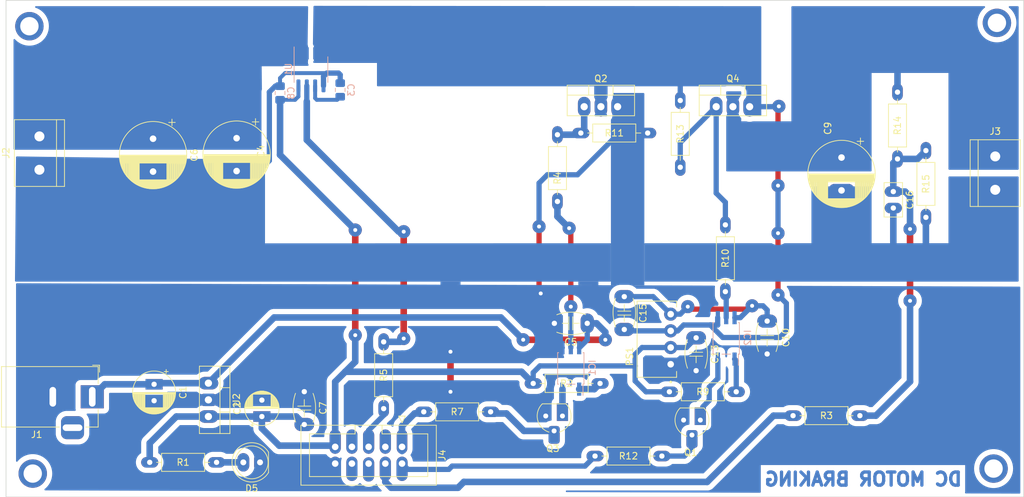
<source format=kicad_pcb>
(kicad_pcb (version 20240108) (generator "pcbnew") (generator_version "8.0")
  (layers (0 "F.Cu" signal) (31 "B.Cu" signal) (34 "B.Paste" user) (35 "F.Paste" user) (36 "B.SilkS" user "B.Silkscreen") (37 "F.SilkS" user "F.Silkscreen") (38 "B.Mask" user) (39 "F.Mask" user) (44 "Edge.Cuts" user))
  (net 0 "")
  (net 1 "+5V")
  (net 2 "GND")
  (net 3 "+12V")
  (net 4 "Net-(J3-Pin_1)")
  (net 5 "Net-(D5-A)")
  (net 6 "Net-(IC1-ANODE)")
  (net 7 "Net-(IC1-VO)")
  (net 8 "Net-(Q3-B)")
  (net 9 "P_OUT1")
  (net 10 "ISO12V_1")
  (net 11 "Net-(J2-Pin_2)")
  (net 13 "ISO_GND1")
  (net 14 "Net-(IC2-ANODE)")
  (net 15 "Net-(IC1-CATHODE)")
  (net 17 "PULSE1")
  (net 18 "V_SENOUT")
  (net 19 "Net-(IC2-CATHODE)")
  (net 20 "Net-(IC2-VO)")
  (net 21 "PULSE2")
  (net 22 "Net-(Q1-B)")
  (net 23 "P_HIGH")
  (net 24 "Net-(J4-Pin_4)")
  (net 27 "Net-(U1-FILTER)")
  (net 28 "I_SENIN")
  (net 29 "Net-(J4-Pin_5)")
  (footprint "inqbe:0.25W_resistor" (layer "F.Cu") (at 208.788 114.8612 180)
    (property "Reference" "R3" (at 5.08 0 0) (layer "F.SilkS"))
    (property "Value" "1k")
    (pad "1" thru_hole oval (at 0 0 180) (size 2.6 1.6) (drill 0.8) (layers "*.Cu" "*.Mask") (net 18 "V_SENOUT"))
    (pad "2" thru_hole oval (at 10.16 0 180) (size 2.6 1.6) (drill 0.8) (layers "*.Cu" "*.Mask") (net 24 "Net-(J4-Pin_4)"))
  )
  (footprint "inqbe:IDC-Header_2x05_P2.54mm_Vertical" (layer "F.Cu") (at 139.192 119.611 -90)
    (property "Reference" "J4" (at 1.27 -6.1 -90) (layer "F.SilkS"))
    (property "Value" "Conn_02x05_Odd_Even" (hide yes))
    (pad "1" thru_hole oval (at 0 0 180) (size 1.6 3.7) (drill 1 (offset 0 0.8)) (layers "*.Cu" "*.Mask") (net 17 "PULSE1"))
    (pad "2" thru_hole oval (at 2.54 0) (size 1.7 3.7) (drill 1 (offset 0 0.8)) (layers "*.Cu" "*.Mask") (net 21 "PULSE2"))
    (pad "3" thru_hole oval (at 0 2.54 180) (size 1.7 3.7) (drill 1 (offset 0 0.8)) (layers "*.Cu" "*.Mask"))
    (pad "4" thru_hole oval (at 2.54 2.54) (size 1.7 3.7) (drill 1 (offset 0 0.8)) (layers "*.Cu" "*.Mask") (net 24 "Net-(J4-Pin_4)"))
    (pad "5" thru_hole oval (at 0 5.08) (size 1.7 3.7) (drill 1 (offset 0 -0.8)) (layers "*.Cu" "*.Mask") (net 29 "Net-(J4-Pin_5)"))
    (pad "6" thru_hole oval (at 2.54 5.08) (size 1.7 3.7) (drill 1 (offset 0 0.89)) (layers "*.Cu" "*.Mask"))
    (pad "7" thru_hole oval (at 0 7.62) (size 1.7 3.7) (drill 1 (offset 0 -0.8)) (layers "*.Cu" "*.Mask"))
    (pad "8" thru_hole oval (at 2.54 7.62 180) (size 1.7 3.7) (drill 1 (offset 0 -0.8)) (layers "*.Cu" "*.Mask"))
    (pad "9" thru_hole oval (at 0 10.16 180) (size 1.7 3.7) (drill 1 (offset 0 0.8)) (layers "*.Cu" "*.Mask") (net 1 "+5V"))
    (pad "10" thru_hole oval (at 2.54 10.16) (size 1.7 3.7) (drill 1 (offset 0 0.8)) (layers "*.Cu" "*.Mask") (net 2 "GND"))
  )
  (footprint "inqbe:0.25W_resistor" (layer "F.Cu") (at 110.998 121.9655 180)
    (property "Reference" "R1" (at 5.08 0 0) (layer "F.SilkS"))
    (property "Value" "1k")
    (pad "1" thru_hole oval (at 0 0 180) (size 2.6 1.6) (drill 0.8) (layers "*.Cu" "*.Mask") (net 5 "Net-(D5-A)"))
    (pad "2" thru_hole oval (at 10.16 0 180) (size 2.6 1.6) (drill 0.8) (layers "*.Cu" "*.Mask") (net 1 "+5V"))
  )
  (footprint "inqbe:0.25W_resistor" (layer "F.Cu") (at 218.821 74.526 -90)
    (property "Reference" "R15" (at 5.08 0 90) (layer "F.SilkS"))
    (property "Value" "DNP")
    (pad "1" thru_hole oval (at 0 0 270) (size 2.6 1.6) (drill 0.8) (layers "*.Cu" "*.Mask") (net 18 "V_SENOUT"))
    (pad "2" thru_hole oval (at 10.16 0 270) (size 2.6 1.6) (drill 0.8) (layers "*.Cu" "*.Mask") (net 2 "GND"))
  )
  (footprint "inqbe:C_Disc_D5.1mm_W3.2mm_P5.00mm" (layer "F.Cu") (at 172.974 96.751 -90)
    (property "Reference" "C15" (at 2.5 -2.85 90) (layer "F.SilkS"))
    (property "Value" "0.1uF" (hide yes))
    (pad "1" thru_hole oval (at 0 0 270) (size 2 3) (drill 0.8) (layers "*.Cu" "*.Mask") (net 10 "ISO12V_1"))
    (pad "2" thru_hole oval (at 5 0 270) (size 2 3) (drill 0.8) (layers "*.Cu" "*.Mask") (net 13 "ISO_GND1"))
  )
  (footprint "inqbe:C_Disc_D5.1mm_W3.2mm_P5.00mm" (layer "F.Cu") (at 124.333 111.2105 -90)
    (property "Reference" "C7" (at 2.5 -2.85 90) (layer "F.SilkS"))
    (property "Value" "0.1uF" (hide yes))
    (pad "1" thru_hole oval (at 0 0 270) (size 2 3) (drill 0.8) (layers "*.Cu" "*.Mask") (net 2 "GND"))
    (pad "2" thru_hole oval (at 5 0 270) (size 2 3) (drill 0.8) (layers "*.Cu" "*.Mask") (net 1 "+5V"))
  )
  (footprint "inqbe:TerminalBlock_bornier-2_P5.08mm" (layer "F.Cu") (at 229.362 75.415 -90)
    (property "Reference" "J3" (at -3.81 0 180) (layer "F.SilkS"))
    (property "Value" "Screw_Terminal_01x02" (hide yes))
    (pad "1" thru_hole rect (at 0 0 270) (size 3 5) (drill 1.52) (layers "*.Cu" "*.Mask") (net 4 "Net-(J3-Pin_1)"))
    (pad "2" thru_hole oval (at 5.08 0 270) (size 3 5) (drill 1.52) (layers "*.Cu" "*.Mask") (net 2 "GND"))
  )
  (footprint "inqbe:CP_Radial_D10.0mm_P5.00mm" (layer "F.Cu") (at 114.046 72.642323 -90)
    (property "Reference" "C4" (at 1.992 -3.71 90) (layer "F.SilkS"))
    (property "Value" "1000uF" (hide yes))
    (pad "1" thru_hole rect (at 0 0 270) (size 2 4) (drill 1) (layers "*.Cu" "*.Mask") (net 11 "Net-(J2-Pin_2)"))
    (pad "2" thru_hole oval (at 5 0 270) (size 2 4) (drill 1) (layers "*.Cu" "*.Mask") (net 2 "GND"))
  )
  (footprint "inqbe:TO-220" (layer "F.Cu") (at 109.759 109.9155 -90)
    (property "Reference" "U2" (at 2.54 -4.27 90) (layer "F.SilkS"))
    (property "Value" "L7805")
    (pad "1" thru_hole oval (at 0 0 270) (size 1.905 3) (drill 1.1) (layers "*.Cu" "*.Mask") (net 3 "+12V"))
    (pad "2" thru_hole oval (at 2.54 0 270) (size 1.905 3) (drill 1.1) (layers "*.Cu" "*.Mask") (net 2 "GND"))
    (pad "3" thru_hole oval (at 5.08 0 270) (size 1.905 3) (drill 1.1) (layers "*.Cu" "*.Mask") (net 1 "+5V"))
  )
  (footprint "inqbe:TO-220" (layer "F.Cu") (at 166.878 67.851)
    (property "Reference" "Q2" (at 2.54 -4.27 0) (layer "F.SilkS"))
    (property "Value" "IRF540N")
    (pad "1" thru_hole oval (at 0 0) (size 1.905 3) (drill 1.1) (layers "*.Cu" "*.Mask") (net 9 "P_OUT1"))
    (pad "2" thru_hole oval (at 2.54 0) (size 1.905 3) (drill 1.1) (layers "*.Cu" "*.Mask") (net 13 "ISO_GND1"))
    (pad "3" thru_hole oval (at 5.08 0) (size 1.905 3) (drill 1.1) (layers "*.Cu" "*.Mask") (net 2 "GND"))
  )
  (footprint "inqbe:0.25W_resistor" (layer "F.Cu") (at 214.503 65.636 -90)
    (property "Reference" "R14" (at 5.08 0 90) (layer "F.SilkS"))
    (property "Value" "DNP")
    (pad "1" thru_hole oval (at 0 0 270) (size 2.6 1.6) (drill 0.8) (layers "*.Cu" "*.Mask") (net 4 "Net-(J3-Pin_1)"))
    (pad "2" thru_hole oval (at 10.16 0 270) (size 2.6 1.6) (drill 0.8) (layers "*.Cu" "*.Mask") (net 18 "V_SENOUT"))
  )
  (footprint "inqbe:0.25W_resistor" (layer "F.Cu") (at 142.494 114.277)
    (property "Reference" "R7" (at 5.08 0 0) (layer "F.SilkS"))
    (property "Value" "1k" (hide yes))
    (pad "1" thru_hole oval (at 0 0) (size 2.6 1.6) (drill 0.8) (layers "*.Cu" "*.Mask") (net 17 "PULSE1"))
    (pad "2" thru_hole oval (at 10.16 0) (size 2.6 1.6) (drill 0.8) (layers "*.Cu" "*.Mask") (net 8 "Net-(Q3-B)"))
  )
  (footprint "inqbe:0.25W_resistor" (layer "F.Cu") (at 188.341 95.989 90)
    (property "Reference" "R10" (at 5.08 0 90) (layer "F.SilkS"))
    (property "Value" "10e")
    (pad "1" thru_hole oval (at 0 0 90) (size 2.6 1.6) (drill 0.8) (layers "*.Cu" "*.Mask") (net 20 "Net-(IC2-VO)"))
    (pad "2" thru_hole oval (at 10.16 0 90) (size 2.6 1.6) (drill 0.8) (layers "*.Cu" "*.Mask") (net 23 "P_HIGH"))
  )
  (footprint "inqbe:TO-220" (layer "F.Cu") (at 186.944 67.851)
    (property "Reference" "Q4" (at 2.54 -4.27 0) (layer "F.SilkS"))
    (property "Value" "IRF540N")
    (pad "1" thru_hole oval (at 0 0) (size 1.905 3) (drill 1.1) (layers "*.Cu" "*.Mask") (net 23 "P_HIGH"))
    (pad "2" thru_hole oval (at 2.54 0) (size 1.905 3) (drill 1.1) (layers "*.Cu" "*.Mask") (net 4 "Net-(J3-Pin_1)"))
    (pad "3" thru_hole oval (at 5.08 0) (size 1.905 3) (drill 1.1) (layers "*.Cu" "*.Mask") (net 13 "ISO_GND1"))
  )
  (footprint "inqbe:TO-92" (layer "F.Cu") (at 163.513 115.039 180)
    (property "Reference" "Q3" (at 1.397 -4.826 0) (layer "F.SilkS"))
    (property "Value" "BC547")
    (pad "1" thru_hole rect (at -0.063 0.127 180) (size 1.7 2.7) (drill 0.75 (offset 0 0.6)) (layers "*.Mask" "F.Cu" "In1.Cu" "B.Cu") (net 15 "Net-(IC1-CATHODE)"))
    (pad "2" thru_hole roundrect (at 1.207 -2.143 180) (size 1.7 2.7) (drill 0.75 (offset 0 -0.6)) (layers "*.Mask" "F.Cu" "In1.Cu" "B.Cu") (net 8 "Net-(Q3-B)"))
    (pad "3" thru_hole roundrect (at 2.477 0.127 180) (size 1.7 2.7) (drill 0.75 (offset 0 0.6)) (layers "*.Mask" "F.Cu" "In1.Cu" "B.Cu") (net 2 "GND"))
  )
  (footprint "inqbe:TerminalBlock_bornier-2_P5.08mm" (layer "F.Cu") (at 84.074 77.447 90)
    (property "Reference" "J2" (at 2.54 -5.08 90) (layer "F.SilkS"))
    (property "Value" "Screw_Terminal_01x02" (hide yes))
    (pad "1" thru_hole rect (at 0 0 90) (size 3 5) (drill 1.52) (layers "*.Cu" "*.Mask") (net 2 "GND"))
    (pad "2" thru_hole oval (at 5.08 0 90) (size 3 5) (drill 1.52) (layers "*.Cu" "*.Mask") (net 11 "Net-(J2-Pin_2)"))
  )
  (footprint "inqbe:CP_Radial_D5.0mm_P2.50mm" (layer "F.Cu") (at 117.887 114.9955 90)
    (property "Reference" "C2" (at 1.25 -3.75 90) (layer "F.SilkS"))
    (property "Value" "100uF")
    (pad "1" thru_hole rect (at 0 0 90) (size 1.6 2.6) (drill 0.8) (layers "*.Cu" "*.Mask") (net 1 "+5V"))
    (pad "2" thru_hole oval (at 2.5 0 90) (size 1.6 2.6) (drill 0.8) (layers "*.Cu" "*.Mask") (net 2 "GND"))
  )
  (footprint "inqbe:0.25W_resistor" (layer "F.Cu") (at 179.832 111.229)
    (property "Reference" "R9" (at 5.08 0 0) (layer "F.SilkS"))
    (property "Value" "200e")
    (pad "1" thru_hole oval (at 0 0) (size 2.6 1.6) (drill 0.8) (layers "*.Cu" "*.Mask") (net 1 "+5V"))
    (pad "2" thru_hole oval (at 10.16 0) (size 2.6 1.6) (drill 0.8) (layers "*.Cu" "*.Mask") (net 14 "Net-(IC2-ANODE)"))
  )
  (footprint "inqbe:LED_D5.0mm" (layer "F.Cu") (at 117.607 121.9655 180)
    (property "Reference" "D5" (at 1.27 -3.96 0) (layer "F.SilkS"))
    (property "Value" "LED")
    (pad "1" thru_hole oval (at 0 0 180) (size 1.8 2.8) (drill 0.9) (layers "*.Cu" "*.Mask") (net 2 "GND"))
    (pad "2" thru_hole oval (at 2.54 0 180) (size 1.8 2.8) (drill 0.9) (layers "*.Cu" "*.Mask") (net 5 "Net-(D5-A)"))
  )
  (footprint "inqbe:C_Disc_D5.1mm_W3.2mm_P5.00mm" (layer "F.Cu") (at 167.346 100.815 180)
    (property "Reference" "C5" (at 2.5 -2.85 0) (layer "F.SilkS"))
    (property "Value" "0.1uF" (hide yes))
    (pad "1" thru_hole oval (at 0 0 180) (size 2 3) (drill 0.8) (layers "*.Cu" "*.Mask") (net 3 "+12V"))
    (pad "2" thru_hole oval (at 5 0 180) (size 2 3) (drill 0.8) (layers "*.Cu" "*.Mask") (net 2 "GND"))
  )
  (footprint "inqbe:0.25W_resistor" (layer "F.Cu") (at 159.131 109.959)
    (property "Reference" "R2" (at 5.08 0 0) (layer "F.SilkS"))
    (property "Value" "200e")
    (pad "1" thru_hole oval (at 0 0) (size 2.6 1.6) (drill 0.8) (layers "*.Cu" "*.Mask") (net 1 "+5V"))
    (pad "2" thru_hole oval (at 10.16 0) (size 2.6 1.6) (drill 0.8) (layers "*.Cu" "*.Mask") (net 6 "Net-(IC1-ANODE)"))
  )
  (footprint "inqbe:CP_Radial_D10.0mm_P5.00mm" (layer "F.Cu") (at 205.994 75.587323 -90)
    (property "Reference" "C9" (at -4.445 2.077323 90) (layer "F.SilkS"))
    (property "Value" "1000uF")
    (pad "1" thru_hole rect (at 0 0 270) (size 2 4) (drill 1) (layers "*.Cu" "*.Mask") (net 4 "Net-(J3-Pin_1)"))
    (pad "2" thru_hole oval (at 5 0 270) (size 2 4) (drill 1) (layers "*.Cu" "*.Mask") (net 2 "GND"))
  )
  (footprint "inqbe:0.25W_resistor" (layer "F.Cu") (at 168.529 121.008)
    (property "Reference" "R12" (at 5.08 0 0) (layer "F.SilkS"))
    (property "Value" "1k")
    (pad "1" thru_hole oval (at 0 0) (size 2.6 1.6) (drill 0.8) (layers "*.Cu" "*.Mask") (net 21 "PULSE2"))
    (pad "2" thru_hole oval (at 10.16 0) (size 2.6 1.6) (drill 0.8) (layers "*.Cu" "*.Mask") (net 22 "Net-(Q1-B)"))
  )
  (footprint "inqbe:0.25W_resistor" (layer "F.Cu") (at 162.814 82.273 90)
    (property "Reference" "R4" (at 3.556 0 90) (layer "F.SilkS"))
    (property "Value" "10e")
    (pad "1" thru_hole oval (at 0 0 90) (size 2.6 1.6) (drill 0.8) (layers "*.Cu" "*.Mask") (net 7 "Net-(IC1-VO)"))
    (pad "2" thru_hole oval (at 10.16 0 90) (size 2.6 1.6) (drill 0.8) (layers "*.Cu" "*.Mask") (net 9 "P_OUT1"))
  )
  (footprint "inqbe:0.25W_resistor" (layer "F.Cu") (at 136.398 113.792 90)
    (property "Reference" "R5" (at 5.08 0 90) (layer "F.SilkS"))
    (property "Value" "1k")
    (pad "1" thru_hole oval (at 0 0 90) (size 2.6 1.6) (drill 0.8) (layers "*.Cu" "*.Mask") (net 29 "Net-(J4-Pin_5)"))
    (pad "2" thru_hole oval (at 10.16 0 90) (size 2.6 1.6) (drill 0.8) (layers "*.Cu" "*.Mask") (net 28 "I_SENIN"))
  )
  (footprint "inqbe:CP_Radial_D10.0mm_P5.00mm" (layer "F.Cu") (at 101.346 72.724 -90)
    (property "Reference" "C6" (at 2.5 -6.25 90) (layer "F.SilkS"))
    (property "Value" "1000uF")
    (pad "1" thru_hole rect (at 0 0 270) (size 2 4) (drill 1) (layers "*.Cu" "*.Mask") (net 11 "Net-(J2-Pin_2)"))
    (pad "2" thru_hole oval (at 5 0 270) (size 2 4) (drill 1) (layers "*.Cu" "*.Mask") (net 2 "GND"))
  )
  (footprint "inqbe:0.25W_resistor" (layer "F.Cu") (at 176.53 71.859 180)
    (property "Reference" "R11" (at 5.08 0 0) (layer "F.SilkS"))
    (property "Value" "10k")
    (pad "1" thru_hole oval (at 0 0 180) (size 2.6 1.6) (drill 0.8) (layers "*.Cu" "*.Mask") (net 2 "GND"))
    (pad "2" thru_hole oval (at 10.16 0 180) (size 2.6 1.6) (drill 0.8) (layers "*.Cu" "*.Mask") (net 9 "P_OUT1"))
  )
  (footprint "Connector_BarrelJack:BarrelJack_Horizontal" (layer "F.Cu") (at 92.106 111.991)
    (property "Reference" "J1" (at -8.45 5.75 0) (layer "F.SilkS"))
    (property "Value" "Jack-DC")
    (pad "1" thru_hole rect (at 0 0) (size 3.5 3.5) (drill oval 1 3) (layers "*.Cu" "*.Mask") (net 3 "+12V"))
    (pad "2" thru_hole roundrect (at -6 0) (size 3 3.5) (drill oval 1 3) (layers "*.Cu" "*.Mask") (net 2 "GND"))
    (pad "3" thru_hole roundrect (at -3 4.7) (size 3.5 3.5) (drill oval 3 1) (layers "*.Cu" "*.Mask"))
  )
  (footprint "inqbe:C_Disc_D5.0mm_W2.5mm_P2.50mm" (layer "F.Cu") (at 213.868 80.769 -90)
    (property "Reference" "C16" (at 1.25 -2.5 90) (layer "F.SilkS"))
    (property "Value" "DNP")
    (pad "1" thru_hole oval (at 0 0 270) (size 1.6 2.6) (drill 0.8) (layers "*.Cu" "*.Mask") (net 18 "V_SENOUT"))
    (pad "2" thru_hole oval (at 2.5 0 270) (size 1.6 2.6) (drill 0.8) (layers "*.Cu" "*.Mask") (net 2 "GND"))
  )
  (footprint "inqbe:C_Disc_D5.1mm_W3.2mm_P5.00mm" (layer "F.Cu") (at 194.691 100.474 -90)
    (property "Reference" "C10" (at 2.5 -2.85 90) (layer "F.SilkS"))
    (property "Value" "0.1uF" (hide yes))
    (pad "1" thru_hole oval (at 0 0 270) (size 2 3) (drill 0.8) (layers "*.Cu" "*.Mask") (net 10 "ISO12V_1"))
    (pad "2" thru_hole oval (at 5 0 270) (size 2 3) (drill 0.8) (layers "*.Cu" "*.Mask") (net 2 "GND"))
  )
  (footprint "inqbe:0.25W_resistor" (layer "F.Cu") (at 181.483 66.906 -90)
    (property "Reference" "R13" (at 5.08 0 90) (layer "F.SilkS"))
    (property "Value" "10k")
    (pad "1" thru_hole oval (at 0 0 270) (size 2.6 1.6) (drill 0.8) (layers "*.Cu" "*.Mask") (net 13 "ISO_GND1"))
    (pad "2" thru_hole oval (at 10.16 0 270) (size 2.6 1.6) (drill 0.8) (layers "*.Cu" "*.Mask") (net 23 "P_HIGH"))
  )
  (footprint "inqbe:C_Disc_D5.1mm_W3.2mm_P5.00mm" (layer "F.Cu") (at 183.896 103.014 -90)
    (property "Reference" "C13" (at 2.5 -2.85 90) (layer "F.SilkS"))
    (property "Value" "0.1uF" (hide yes))
    (pad "1" thru_hole oval (at 0 0 270) (size 2 3) (drill 0.8) (layers "*.Cu" "*.Mask") (net 1 "+5V"))
    (pad "2" thru_hole oval (at 5 0 270) (size 2 3) (drill 0.8) (layers "*.Cu" "*.Mask") (net 2 "GND"))
  )
  (footprint "inqbe:TO-92" (layer "F.Cu") (at 184.468 115.663 180)
    (property "Reference" "Q1" (at 1.397 -4.826 0) (layer "F.SilkS"))
    (property "Value" "BC547")
    (pad "1" thru_hole rect (at -0.063 0.127 180) (size 1.7 2.7) (drill 0.75 (offset 0 0.6)) (layers "*.Mask" "F.Cu" "In1.Cu" "B.Cu") (net 19 "Net-(IC2-CATHODE)"))
    (pad "2" thru_hole roundrect (at 1.207 -2.143 180) (size 1.7 2.7) (drill 0.75 (offset 0 -0.6)) (layers "*.Mask" "F.Cu" "In1.Cu" "B.Cu") (net 22 "Net-(Q1-B)"))
    (pad "3" thru_hole roundrect (at 2.477 0.127 180) (size 1.7 2.7) (drill 0.75 (offset 0 0.6)) (layers "*.Mask" "F.Cu" "In1.Cu" "B.Cu") (net 2 "GND"))
  )
  (footprint "inqbe:CP_Radial_D6.3mm_P2.50mm" (layer "F.Cu") (at 101.504 110.087823 -90)
    (property "Reference" "C1" (at 1.25 -4.4 -90) (layer "F.SilkS"))
    (property "Value" "100uF")
    (pad "1" thru_hole rect (at 0 0 270) (size 1.6 2.6) (drill 0.8) (layers "*.Cu" "*.Mask") (net 3 "+12V"))
    (pad "2" thru_hole oval (at 2.5 0 270) (size 1.6 2.6) (drill 0.8) (layers "*.Cu" "*.Mask") (net 2 "GND"))
  )
  (footprint "KICAD_PRETTY:CONV_B0512S-1WR3" (layer "F.Cu") (at 177.927 103.228 90)
    (property "Reference" "PS1" (at -2.625 -4.135 90) (layer "F.SilkS"))
    (property "Value" "B0512S")
    (pad "1" thru_hole rect (at -3.81 2.1 90) (size 2 2) (drill 1) (layers "*.Cu" "*.Mask") (net 2 "GND"))
    (pad "2" thru_hole circle (at -1.27 2.1 90) (size 2 2) (drill 1) (layers "*.Cu" "*.Mask") (net 1 "+5V"))
    (pad "3" thru_hole circle (at 1.27 2.1 90) (size 2 2) (drill 1) (layers "*.Cu" "*.Mask") (net 13 "ISO_GND1"))
    (pad "4" thru_hole circle (at 3.81 2.1 90) (size 2 2) (drill 1) (layers "*.Cu" "*.Mask") (net 10 "ISO12V_1"))
  )
  (footprint "Package_SO:SO-5_4.4x3.6mm_P1.27mm" (layer "B.Cu") (at 164.846 107.673 90)
    (property "Reference" "IC1" (at 0.1 3.265 90) (layer "B.SilkS") (effects (justify mirror)))
    (property "Value" "TLP152")
    (pad "1" smd rect (at -3.15 1.27 90) (size 2 0.64) (layers "B.Cu" "B.Paste" "B.Mask") (net 6 "Net-(IC1-ANODE)"))
    (pad "3" smd rect (at -3.15 -1.27 90) (size 2 0.64) (layers "B.Cu" "B.Paste" "B.Mask") (net 15 "Net-(IC1-CATHODE)"))
    (pad "4" smd rect (at 3.15 -1.27 90) (size 2 0.64) (layers "B.Cu" "B.Paste" "B.Mask") (net 2 "GND"))
    (pad "5" smd rect (at 3.15 0 90) (size 2 0.64) (layers "B.Cu" "B.Paste" "B.Mask") (net 7 "Net-(IC1-VO)"))
    (pad "6" smd rect (at 3.15 1.27 90) (size 2 0.64) (layers "B.Cu" "B.Paste" "B.Mask") (net 3 "+12V"))
  )
  (footprint "Capacitor_SMD:C_0805_2012Metric_Pad1.18x1.45mm_HandSolder" (layer "B.Cu") (at 120.65 65.763 90)
    (property "Reference" "C8" (at 0 1.68 90) (layer "B.SilkS") (effects (justify mirror)))
    (property "Value" "0.1uF")
    (pad "1" smd roundrect (at -1.0375 0 90) (size 1.175 1.45) (layers "B.Cu" "B.Paste" "B.Mask") (roundrect_rratio 0.2127659574) (net 1 "+5V"))
    (pad "2" smd roundrect (at 1.0375 0 90) (size 1.175 1.45) (layers "B.Cu" "B.Paste" "B.Mask") (roundrect_rratio 0.2127659574) (net 2 "GND"))
  )
  (footprint "Package_SO:SO-5_4.4x3.6mm_P1.27mm" (layer "B.Cu") (at 188.468 103.101 90)
    (property "Reference" "IC2" (at 0.1 3.265 90) (layer "B.SilkS") (effects (justify mirror)))
    (property "Value" "TLP152")
    (pad "1" smd rect (at -3.15 1.27 90) (size 2 0.64) (layers "B.Cu" "B.Paste" "B.Mask") (net 14 "Net-(IC2-ANODE)"))
    (pad "3" smd rect (at -3.15 -1.27 90) (size 2 0.64) (layers "B.Cu" "B.Paste" "B.Mask") (net 19 "Net-(IC2-CATHODE)"))
    (pad "4" smd rect (at 3.15 -1.27 90) (size 2 0.64) (layers "B.Cu" "B.Paste" "B.Mask") (net 13 "ISO_GND1"))
    (pad "5" smd rect (at 3.15 0 90) (size 2 0.64) (layers "B.Cu" "B.Paste" "B.Mask") (net 20 "Net-(IC2-VO)"))
    (pad "6" smd rect (at 3.15 1.27 90) (size 2 0.64) (layers "B.Cu" "B.Paste" "B.Mask") (net 10 "ISO12V_1"))
  )
  (footprint "Capacitor_SMD:C_0805_2012Metric_Pad1.18x1.45mm_HandSolder" (layer "B.Cu") (at 129.794 65.2995 90)
    (property "Reference" "C3" (at 0 1.68 90) (layer "B.SilkS") (effects (justify mirror)))
    (property "Value" "1nF")
    (pad "1" smd roundrect (at -1.0375 0 90) (size 1.175 1.45) (layers "B.Cu" "B.Paste" "B.Mask") (roundrect_rratio 0.2127659574) (net 27 "Net-(U1-FILTER)"))
    (pad "2" smd roundrect (at 1.0375 0 90) (size 1.175 1.45) (layers "B.Cu" "B.Paste" "B.Mask") (roundrect_rratio 0.2127659574) (net 2 "GND"))
  )
  (footprint "Package_SO:SOIC-8_3.9x4.9mm_P1.27mm" (layer "B.Cu") (at 125.349 62.207 -90)
    (property "Reference" "U1" (at 0 3.4 90) (layer "B.SilkS") (effects (justify mirror)))
    (property "Value" "ACS712xLCTR-05B")
    (pad "1" smd roundrect (at -2.475 1.905 270) (size 1.95 0.6) (layers "B.Cu" "B.Paste" "B.Mask") (net 11 "Net-(J2-Pin_2)"))
    (pad "2" smd roundrect (at -2.475 0.635 270) (size 1.95 0.6) (layers "B.Cu" "B.Paste" "B.Mask") (net 11 "Net-(J2-Pin_2)"))
    (pad "3" smd roundrect (at -2.475 -0.635 270) (size 1.95 0.6) (layers "B.Cu" "B.Paste" "B.Mask") (net 13 "ISO_GND1"))
    (pad "4" smd roundrect (at -2.475 -1.905 270) (size 1.95 0.6) (layers "B.Cu" "B.Paste" "B.Mask") (net 13 "ISO_GND1"))
    (pad "5" smd roundrect (at 2.475 -1.905 270) (size 1.95 0.6) (layers "B.Cu" "B.Paste" "B.Mask") (net 2 "GND"))
    (pad "6" smd roundrect (at 2.475 -0.635 270) (size 1.95 0.6) (layers "B.Cu" "B.Paste" "B.Mask") (net 27 "Net-(U1-FILTER)"))
    (pad "7" smd roundrect (at 2.475 0.635 270) (size 1.95 0.6) (layers "B.Cu" "B.Paste" "B.Mask") (net 28 "I_SENIN"))
    (pad "8" smd roundrect (at 2.475 1.905 270) (size 1.95 0.6) (layers "B.Cu" "B.Paste" "B.Mask") (net 1 "+5V"))
  )
  (gr_rect (start 78.998 51.666) (end 233.684 127.231) (stroke (width 0.1)) (fill none) (layer "Edge.Cuts"))
  (gr_text "DC MOTOR BRAKING" (at 224.536 125.707 0) (layer "B.Cu") (effects (font (size 2 2) (thickness 0.5) (bold yes)) (justify left bottom mirror)))
  (via (at 82.55 55.603) (size 4.318) (drill 2.79) (layers "F.Cu" "B.Cu") (net 0))
  (via (at 229.616 55.095) (size 4.318) (drill 2.79) (layers "F.Cu" "B.Cu") (net 0))
  (via (at 229.108 122.913) (size 4.318) (drill 2.79) (layers "F.Cu" "B.Cu") (net 0))
  (via (at 83.058 123.675) (size 4.318) (drill 2.79) (layers "F.Cu" "B.Cu") (net 0))
  (segment (start 132.08 86.614) (end 132.08 102.616) (width 1) (layer "F.Cu") (net 1))
  (via (at 132.08 102.616) (size 2) (drill 0.6) (layers "F.Cu" "B.Cu") (net 1))
  (via (at 132.08 86.614) (size 2) (drill 0.6) (layers "F.Cu" "B.Cu") (net 1))
  (segment (start 182.412 104.498) (end 183.896 103.014) (width 0.8) (layer "B.Cu") (net 1))
  (segment (start 100.838 121.9655) (end 100.838 119.0445) (width 1) (layer "B.Cu") (net 1))
  (segment (start 117.887 114.9955) (end 123.118 114.9955) (width 1) (layer "B.Cu") (net 1))
  (segment (start 128.8465 119.4255) (end 120.523 119.4255) (width 1) (layer "B.Cu") (net 1))
  (segment (start 175.664 104.498) (end 180.027 104.498) (width 0.8) (layer "B.Cu") (net 1))
  (segment (start 117.887 116.7895) (end 117.887 114.9955) (width 1) (layer "B.Cu") (net 1))
  (segment (start 104.887 114.9955) (end 109.759 114.9955) (width 1) (layer "B.Cu") (net 1))
  (segment (start 120.65 66.8005) (end 120.65 75.184) (width 1) (layer "B.Cu") (net 1))
  (segment (start 129.032 109.705) (end 129.032 119.611) (width 1) (layer "B.Cu") (net 1))
  (segment (start 132.08 106.657) (end 130.556 108.181) (width 1) (layer "B.Cu") (net 1))
  (segment (start 120.65 75.184) (end 132.08 86.614) (width 1) (layer "B.Cu") (net 1))
  (segment (start 179.832 111.229) (end 176.276 111.229) (width 0.8) (layer "B.Cu") (net 1))
  (segment (start 157.353 108.181) (end 130.556 108.181) (width 1) (layer "B.Cu") (net 1))
  (segment (start 174.625 105.537) (end 175.664 104.498) (width 0.8) (layer "B.Cu") (net 1))
  (segment (start 129.032 119.611) (end 128.8465 119.4255) (width 1) (layer "B.Cu") (net 1))
  (segment (start 122.9375 66.8005) (end 123.444 66.294) (width 0.6) (layer "B.Cu") (net 1))
  (segment (start 159.131 109.959) (end 157.353 108.181) (width 1) (layer "B.Cu") (net 1))
  (segment (start 159.131 109.959) (end 159.131 108.308) (width 0.8) (layer "B.Cu") (net 1))
  (segment (start 159.131 108.308) (end 160.147 107.292) (width 0.8) (layer "B.Cu") (net 1))
  (segment (start 117.887 114.9955) (end 109.759 114.9955) (width 1) (layer "B.Cu") (net 1))
  (segment (start 174.625 107.292) (end 174.625 105.537) (width 0.8) (layer "B.Cu") (net 1))
  (segment (start 120.65 66.8005) (end 122.9375 66.8005) (width 0.6) (layer "B.Cu") (net 1))
  (segment (start 120.523 119.4255) (end 117.887 116.7895) (width 1) (layer "B.Cu") (net 1))
  (segment (start 100.838 119.0445) (end 104.887 114.9955) (width 1) (layer "B.Cu") (net 1))
  (segment (start 130.556 108.181) (end 129.032 109.705) (width 1) (layer "B.Cu") (net 1))
  (segment (start 132.08 102.616) (end 132.08 106.657) (width 1) (layer "B.Cu") (net 1))
  (segment (start 123.444 66.294) (end 123.444 64.682) (width 0.6) (layer "B.Cu") (net 1))
  (segment (start 176.276 111.229) (end 174.625 109.578) (width 0.8) (layer "B.Cu") (net 1))
  (segment (start 180.027 104.498) (end 182.412 104.498) (width 0.8) (layer "B.Cu") (net 1))
  (segment (start 174.625 109.578) (end 174.625 107.292) (width 0.8) (layer "B.Cu") (net 1))
  (segment (start 160.147 107.292) (end 174.625 107.292) (width 0.8) (layer "B.Cu") (net 1))
  (segment (start 123.118 114.9955) (end 124.333 116.2105) (width 1) (layer "B.Cu") (net 1))
  (segment (start 146.558 111.229) (end 146.558 105.133) (width 1) (layer "F.Cu") (net 2))
  (segment (start 160.019998 96.011998) (end 160.274 96.266) (width 0.8) (layer "F.Cu") (net 2))
  (segment (start 160.019998 86.083) (end 160.019998 96.011998) (width 0.8) (layer "F.Cu") (net 2))
  (via (at 160.019998 86.083) (size 2) (drill 0.6) (layers "F.Cu" "B.Cu") (net 2))
  (via (at 146.558 105.133) (size 2) (drill 0.6) (layers "F.Cu" "B.Cu") (net 2))
  (via (at 160.274 96.266) (size 2) (drill 0.6) (layers "F.Cu" "B.Cu") (net 2))
  (via (at 146.558 111.229) (size 2) (drill 0.6) (layers "F.Cu" "B.Cu") (net 2))
  (segment (start 162.346 100.815) (end 162.346 103.323) (width 0.8) (layer "B.Cu") (net 2))
  (segment (start 120.65 64.7255) (end 119.925 64.7255) (width 0.8) (layer "B.Cu") (net 2))
  (segment (start 218.821 90.401) (end 219.202 90.782) (width 1) (layer "B.Cu") (net 2))
  (segment (start 121.412 62.738) (end 120.65 63.5) (width 0.6) (layer "B.Cu") (net 2))
  (segment (start 129.794 62.992) (end 129.794 64.262) (width 0.8) (layer "B.Cu") (net 2))
  (segment (start 171.958 67.795) (end 172.395 67.795) (width 1) (layer "B.Cu") (net 2))
  (segment (start 120.65 63.5) (end 120.65 64.7255) (width 0.6) (layer "B.Cu") (net 2))
  (segment (start 172.212 71.859) (end 165.862 78.209) (width 0.8) (layer "B.Cu") (net 2))
  (segment (start 117.887 112.4955) (end 123.048 112.4955) (width 1) (layer "B.Cu") (net 2))
  (segment (start 127.254 63.246) (end 127.762 62.738) (width 0.8) (layer "B.Cu") (net 2))
  (segment (start 123.048 112.4955) (end 124.333 111.2105) (width 1) (layer "B.Cu") (net 2))
  (segment (start 101.504 112.587823) (end 109.626677 112.587823) (width 1) (layer "B.Cu") (net 2))
  (segment (start 162.346 100.815) (end 162.346 98.338) (width 0.8) (layer "B.Cu") (net 2))
  (segment (start 162.346 98.338) (end 160.274 96.266) (width 0.8) (layer "B.Cu") (net 2))
  (segment (start 129.54 62.738) (end 129.794 62.992) (width 0.8) (layer "B.Cu") (net 2))
  (segment (start 119.025 76.047) (end 117.429677 77.642323) (width 0.8) (layer "B.Cu") (net 2))
  (segment (start 127.762 62.738) (end 121.412 62.738) (width 0.6) (layer "B.Cu") (net 2))
  (segment (start 213.868 89.639) (end 214.249 90.02) (width 1) (layer "B.Cu") (net 2))
  (segment (start 218.821 84.686) (end 218.821 90.401) (width 1) (layer "B.Cu") (net 2))
  (segment (start 161.29 78.209) (end 160.019998 79.479002) (width 0.8) (layer "B.Cu") (net 2))
  (segment (start 119.025 65.6255) (end 119.025 76.047) (width 0.8) (layer "B.Cu") (net 2))
  (segment (start 160.019998 79.479002) (end 160.019998 86.083) (width 0.8) (layer "B.Cu") (net 2))
  (segment (start 127.254 64.682) (end 127.254 63.246) (width 0.8) (layer "B.Cu") (net 2))
  (segment (start 119.925 64.7255) (end 119.025 65.6255) (width 0.8) (layer "B.Cu") (net 2))
  (segment (start 165.862 78.209) (end 161.29 78.209) (width 0.8) (layer "B.Cu") (net 2))
  (segment (start 127.762 62.738) (end 129.54 62.738) (width 0.8) (layer "B.Cu") (net 2))
  (segment (start 109.626677 112.587823) (end 109.759 112.4555) (width 1) (layer "B.Cu") (net 2))
  (segment (start 176.53 71.859) (end 172.212 71.859) (width 0.8) (layer "B.Cu") (net 2))
  (segment (start 117.429677 77.642323) (end 114.046 77.642323) (width 0.8) (layer "B.Cu") (net 2))
  (segment (start 162.346 103.323) (end 163.546 104.523) (width 0.8) (layer "B.Cu") (net 2))
  (segment (start 213.868 83.269) (end 213.868 89.639) (width 1) (layer "B.Cu") (net 2))
  (segment (start 159.512 103.315) (end 157.607 103.315) (width 1) (layer "F.Cu") (net 3))
  (segment (start 170.307 103.101) (end 170.093 103.315) (width 1) (layer "F.Cu") (net 3))
  (segment (start 170.093 103.315) (end 159.512 103.315) (width 1) (layer "F.Cu") (net 3))
  (via (at 170.093 103.315) (size 2) (drill 0.6) (layers "F.Cu" "B.Cu") (net 3))
  (via (at 157.607 103.315) (size 2) (drill 0.6) (layers "F.Cu" "B.Cu") (net 3))
  (segment (start 91.979 111.864) (end 91.979 111.1395) (width 1) (layer "B.Cu") (net 3))
  (segment (start 168.7595 100.815) (end 170.093 102.1485) (width 1) (layer "B.Cu") (net 3))
  (segment (start 154.218 99.926) (end 157.607 103.315) (width 1) (layer "B.Cu") (net 3))
  (segment (start 101.676323 109.9155) (end 101.504 110.087823) (width 1) (layer "B.Cu") (net 3))
  (segment (start 109.759 109.9155) (end 119.7485 99.926) (width 1) (layer "B.Cu") (net 3))
  (segment (start 170.093 102.1485) (end 170.093 103.315) (width 1) (layer "B.Cu") (net 3))
  (segment (start 94.009177 110.087823) (end 92.106 111.991) (width 1) (layer "B.Cu") (net 3))
  (segment (start 119.7485 99.926) (end 154.218 99.926) (width 1) (layer "B.Cu") (net 3))
  (segment (start 101.504 110.087823) (end 94.009177 110.087823) (width 1) (layer "B.Cu") (net 3))
  (segment (start 167.346 100.815) (end 168.7595 100.815) (width 1) (layer "B.Cu") (net 3))
  (segment (start 167.346 103.323) (end 166.146 104.523) (width 0.8) (layer "B.Cu") (net 3))
  (segment (start 109.759 109.9155) (end 101.676323 109.9155) (width 1) (layer "B.Cu") (net 3))
  (segment (start 92.106 111.991) (end 91.979 111.864) (width 1) (layer "B.Cu") (net 3))
  (segment (start 167.346 100.815) (end 167.346 103.323) (width 0.8) (layer "B.Cu") (net 3))
  (segment (start 214.503 61.699) (end 214.63 61.572) (width 1) (layer "B.Cu") (net 4))
  (segment (start 214.503 65.636) (end 214.503 61.699) (width 1) (layer "B.Cu") (net 4))
  (segment (start 110.998 121.9655) (end 115.067 121.9655) (width 1) (layer "B.Cu") (net 5))
  (segment (start 168.427 110.823) (end 169.291 109.959) (width 1) (layer "B.Cu") (net 6))
  (segment (start 166.116 110.823) (end 168.427 110.823) (width 1) (layer "B.Cu") (net 6))
  (segment (start 164.846 86.590996) (end 164.592004 86.337) (width 0.8) (layer "F.Cu") (net 7))
  (segment (start 164.846 87.099) (end 164.846 86.590996) (width 0.8) (layer "F.Cu") (net 7))
  (segment (start 164.846 98.275) (end 164.846 87.099) (width 0.8) (layer "F.Cu") (net 7))
  (via (at 164.592004 86.337) (size 2) (drill 0.6) (layers "F.Cu" "B.Cu") (net 7))
  (via (at 164.846 98.275) (size 2) (drill 0.6) (layers "F.Cu" "B.Cu") (net 7))
  (segment (start 163.068 82.019) (end 162.814 82.273) (width 1) (layer "B.Cu") (net 7))
  (segment (start 162.814 82.273) (end 162.814 84.558996) (width 1) (layer "B.Cu") (net 7))
  (segment (start 164.846 104.523) (end 164.846 98.275) (width 0.8) (layer "B.Cu") (net 7))
  (segment (start 162.814 84.558996) (end 164.592004 86.337) (width 1) (layer "B.Cu") (net 7))
  (segment (start 155.067 114.531) (end 152.654 114.531) (width 1) (layer "B.Cu") (net 8))
  (segment (start 157.718 117.182) (end 155.067 114.531) (width 1) (layer "B.Cu") (net 8))
  (segment (start 162.306 117.182) (end 157.718 117.182) (width 1) (layer "B.Cu") (net 8))
  (segment (start 166.116 72.113) (end 166.878 71.351) (width 1) (layer "B.Cu") (net 9))
  (segment (start 162.814 72.113) (end 166.116 72.113) (width 1) (layer "B.Cu") (net 9))
  (segment (start 166.878 71.351) (end 166.878 67.795) (width 1) (layer "B.Cu") (net 9))
  (segment (start 192.405 98.148) (end 191.897 98.656) (width 0.8) (layer "F.Cu") (net 10))
  (segment (start 191.897 98.656) (end 183.007 98.656) (width 0.8) (layer "F.Cu") (net 10))
  (segment (start 183.007 98.656) (end 182.626 98.275) (width 0.8) (layer "F.Cu") (net 10))
  (via (at 192.405 98.148) (size 2) (drill 0.6) (layers "F.Cu" "B.Cu") (net 10))
  (via (at 182.626 98.275) (size 2) (drill 0.6) (layers "F.Cu" "B.Cu") (net 10))
  (segment (start 180.027 99.418) (end 181.483 99.418) (width 0.8) (layer "B.Cu") (net 10))
  (segment (start 172.974 96.751) (end 177.36 96.751) (width 0.8) (layer "B.Cu") (net 10))
  (segment (start 177.36 96.751) (end 180.027 99.418) (width 0.8) (layer "B.Cu") (net 10))
  (segment (start 190.602 99.951) (end 189.768 99.951) (width 0.8) (layer "B.Cu") (net 10))
  (segment (start 181.483 99.418) (end 182.626 98.275) (width 0.8) (layer "B.Cu") (net 10))
  (segment (start 194.691 98.783) (end 194.691 100.474) (width 0.8) (layer "B.Cu") (net 10))
  (segment (start 194.056 98.148) (end 194.691 98.783) (width 0.8) (layer "B.Cu") (net 10))
  (segment (start 192.405 98.148) (end 194.056 98.148) (width 0.8) (layer "B.Cu") (net 10))
  (segment (start 192.405 98.148) (end 190.602 99.951) (width 0.8) (layer "B.Cu") (net 10))
  (segment (start 196.342 79.86) (end 196.342 67.922004) (width 0.8) (layer "F.Cu") (net 13))
  (segment (start 196.342 96.497) (end 196.342 87.099) (width 0.8) (layer "F.Cu") (net 13))
  (segment (start 196.342 67.922004) (end 196.469 67.795004) (width 0.8) (layer "F.Cu") (net 13))
  (via (at 196.342 79.86) (size 2) (drill 0.6) (layers "F.Cu" "B.Cu") (net 13))
  (via (at 196.342 96.497) (size 2) (drill 0.6) (layers "F.Cu" "B.Cu") (net 13))
  (via (at 196.342 87.099) (size 2) (drill 0.6) (layers "F.Cu" "B.Cu") (net 13))
  (via (at 196.469 67.795004) (size 2) (drill 0.6) (layers "F.Cu" "B.Cu") (net 13))
  (segment (start 197.612 101.958) (end 197.612 97.767) (width 0.8) (layer "B.Cu") (net 13))
  (segment (start 186.05 101.069) (end 187.168 101.069) (width 0.8) (layer "B.Cu") (net 13))
  (segment (start 181.102 101.958) (end 181.991 101.069) (width 0.8) (layer "B.Cu") (net 13))
  (segment (start 197.612 97.767) (end 196.342 96.497) (width 0.8) (layer "B.Cu") (net 13))
  (segment (start 173.181 101.958) (end 172.974 101.751) (width 0.8) (layer "B.Cu") (net 13))
  (segment (start 196.342 87.099) (end 196.342 79.86) (width 0.8) (layer "B.Cu") (net 13))
  (segment (start 187.955 102.974) (end 196.596 102.974) (width 0.8) (layer "B.Cu") (net 13))
  (segment (start 180.027 101.958) (end 173.181 101.958) (width 0.8) (layer "B.Cu") (net 13))
  (segment (start 192.024 67.851) (end 196.413004 67.851) (width 0.8) (layer "B.Cu") (net 13))
  (segment (start 181.483 66.906) (end 181.483 63.985) (width 0.8) (layer "B.Cu") (net 13))
  (segment (start 187.168 101.069) (end 187.168 99.951) (width 0.8) (layer "B.Cu") (net 13))
  (segment (start 196.413004 67.851) (end 196.469 67.795004) (width 0.8) (layer "B.Cu") (net 13))
  (segment (start 196.596 102.974) (end 197.612 101.958) (width 0.8) (layer "B.Cu") (net 13))
  (segment (start 180.027 101.958) (end 181.102 101.958) (width 0.8) (layer "B.Cu") (net 13))
  (segment (start 181.991 101.069) (end 186.05 101.069) (width 0.8) (layer "B.Cu") (net 13))
  (segment (start 186.05 101.069) (end 187.955 102.974) (width 0.8) (layer "B.Cu") (net 13))
  (segment (start 189.992 106.505) (end 189.738 106.251) (width 0.8) (layer "B.Cu") (net 14))
  (segment (start 189.992 111.229) (end 189.992 106.505) (width 0.8) (layer "B.Cu") (net 14))
  (segment (start 163.576 110.823) (end 163.576 114.912) (width 1) (layer "B.Cu") (net 15))
  (segment (start 142.494 114.531) (end 141.097 114.531) (width 1) (layer "B.Cu") (net 17))
  (segment (start 139.192 116.436) (end 139.192 120.246) (width 1) (layer "B.Cu") (net 17))
  (segment (start 141.097 114.531) (end 139.192 116.436) (width 1) (layer "B.Cu") (net 17))
  (segment (start 216.408 86.464) (end 216.408 97.386) (width 1) (layer "F.Cu") (net 18))
  (via (at 216.408 86.464) (size 2) (drill 0.6) (layers "F.Cu" "B.Cu") (net 18))
  (via (at 216.408 97.386) (size 2) (drill 0.6) (layers "F.Cu" "B.Cu") (net 18))
  (segment (start 213.868 80.769) (end 215.666 80.769) (width 1) (layer "B.Cu") (net 18))
  (segment (start 216.408 109.6796) (end 216.408 97.386) (width 1) (layer "B.Cu") (net 18))
  (segment (start 211.2264 114.8612) (end 216.408 109.6796) (width 1) (layer "B.Cu") (net 18))
  (segment (start 214.503 75.796) (end 217.551 75.796) (width 1) (layer "B.Cu") (net 18))
  (segment (start 216.408 81.511) (end 216.408 86.464) (width 1) (layer "B.Cu") (net 18))
  (segment (start 213.868 76.431) (end 214.503 75.796) (width 1) (layer "B.Cu") (net 18))
  (segment (start 213.868 80.769) (end 213.868 76.431) (width 1) (layer "B.Cu") (net 18))
  (segment (start 208.788 114.8612) (end 211.2264 114.8612) (width 1) (layer "B.Cu") (net 18))
  (segment (start 217.551 75.796) (end 218.821 74.526) (width 1) (layer "B.Cu") (net 18))
  (segment (start 215.666 80.769) (end 216.408 81.511) (width 1) (layer "B.Cu") (net 18))
  (segment (start 187.198 109.205419) (end 185.887 110.516419) (width 0.8) (layer "B.Cu") (net 19))
  (segment (start 185.887 112.54) (end 184.912 113.515) (width 0.8) (layer "B.Cu") (net 19))
  (segment (start 185.887 110.516419) (end 185.887 112.54) (width 0.8) (layer "B.Cu") (net 19))
  (segment (start 187.198 106.251) (end 187.198 109.205419) (width 0.8) (layer "B.Cu") (net 19))
  (segment (start 188.468 99.951) (end 188.468 96.116) (width 0.8) (layer "B.Cu") (net 20))
  (segment (start 188.468 96.116) (end 188.341 95.989) (width 0.8) (layer "B.Cu") (net 20))
  (segment (start 146.812 122.532) (end 146.304 123.04) (width 0.8) (layer "B.Cu") (net 21))
  (segment (start 168.529 121.008) (end 167.005 122.532) (width 0.8) (layer "B.Cu") (net 21))
  (segment (start 140.081 123.04) (end 139.192 122.151) (width 0.8) (layer "B.Cu") (net 21))
  (segment (start 146.304 123.04) (end 140.081 123.04) (width 0.8) (layer "B.Cu") (net 21))
  (segment (start 167.005 122.532) (end 146.812 122.532) (width 0.8) (layer "B.Cu") (net 21))
  (segment (start 178.689 121.008) (end 182.118 121.008) (width 0.8) (layer "B.Cu") (net 22))
  (segment (start 182.118 121.008) (end 183.261 119.865) (width 0.8) (layer "B.Cu") (net 22))
  (segment (start 183.261 119.865) (end 183.261 117.806) (width 0.8) (layer "B.Cu") (net 22))
  (segment (start 186.944 81.003) (end 188.341 82.4) (width 0.8) (layer "B.Cu") (net 23))
  (segment (start 188.341 82.4) (end 188.341 85.829) (width 0.8) (layer "B.Cu") (net 23))
  (segment (start 181.483 77.066) (end 181.483 73.312) (width 0.8) (layer "B.Cu") (net 23))
  (segment (start 181.483 73.312) (end 184.4955 70.2995) (width 0.8) (layer "B.Cu") (net 23))
  (segment (start 184.4955 70.2995) (end 186.944 67.851) (width 0.8) (layer "B.Cu") (net 23))
  (segment (start 186.944 67.851) (end 186.944 81.003) (width 0.8) (layer "B.Cu") (net 23))
  (segment (start 185.5724 124.945) (end 148.59 124.945) (width 1) (layer "B.Cu") (net 24))
  (segment (start 198.628 114.8612) (end 195.6562 114.8612) (width 1) (layer "B.Cu") (net 24))
  (segment (start 195.6562 114.8612) (end 185.5724 124.945) (width 1) (layer "B.Cu") (net 24))
  (segment (start 136.652 124.945) (end 136.652 122.151) (width 1) (layer "B.Cu") (net 24))
  (segment (start 148.59 124.945) (end 147.701 125.834) (width 1) (layer "B.Cu") (net 24))
  (segment (start 137.541 125.834) (end 136.652 124.945) (width 1) (layer "B.Cu") (net 24))
  (segment (start 147.701 125.834) (end 137.541 125.834) (width 1) (layer "B.Cu") (net 24))
  (segment (start 129.329 66.802) (end 129.794 66.337) (width 0.6) (layer "B.Cu") (net 27))
  (segment (start 125.984 64.682) (end 125.984 66.548) (width 0.6) (layer "B.Cu") (net 27))
  (segment (start 125.984 66.548) (end 126.238 66.802) (width 0.6) (layer "B.Cu") (net 27))
  (segment (start 126.238 66.802) (end 129.329 66.802) (width 0.6) (layer "B.Cu") (net 27))
  (segment (start 139.446 103.124) (end 139.446 86.868051) (width 1) (layer "F.Cu") (net 28))
  (segment (start 139.446 86.868051) (end 139.445985 86.868036) (width 1) (layer "F.Cu") (net 28))
  (via (at 139.446 103.124) (size 2) (drill 0.6) (layers "F.Cu" "B.Cu") (net 28))
  (via (at 139.445985 86.868036) (size 2) (drill 0.6) (layers "F.Cu" "B.Cu") (net 28))
  (segment (start 124.714 72.898) (end 124.714 67.056) (width 1) (layer "B.Cu") (net 28))
  (segment (start 139.445949 86.868) (end 139.445985 86.868036) (width 0.8) (layer "B.Cu") (net 28))
  (segment (start 138.684 86.868) (end 139.445949 86.868) (width 0.8) (layer "B.Cu") (net 28))
  (segment (start 124.714 64.682) (end 124.714 67.056) (width 0.8) (layer "B.Cu") (net 28))
  (segment (start 138.938 103.632) (end 139.446 103.124) (width 0.8) (layer "B.Cu") (net 28))
  (segment (start 138.684 86.868) (end 124.714 72.898) (width 1) (layer "B.Cu") (net 28))
  (segment (start 136.398 103.632) (end 138.938 103.632) (width 1) (layer "B.Cu") (net 28))
  (segment (start 134.112 119.611) (end 134.112 117.094) (width 0.8) (layer "B.Cu") (net 29))
  (segment (start 134.112 117.094) (end 136.398 114.808) (width 0.8) (layer "B.Cu") (net 29))
  (segment (start 136.398 114.808) (end 136.398 113.792) (width 0.8) (layer "B.Cu") (net 29))
  (zone (net 11) (net_name "Net-(J2-Pin_2)") (layer "B.Cu") (connect_pads yes (clearance 0.8)) (min_thickness 0.25) (fill yes (thermal_gap 0.5) (thermal_bridge_width 0.5))
    (polygon (pts (xy 80.137 74.399) (xy 80.137 52.555) (xy 125.095 52.555) (xy 125.095 61.699) (xy 117.856 61.699) (xy 117.983 74.399)))
  )
  (zone (net 2) (net_name "GND") (layer "B.Cu") (priority 6) (connect_pads yes (clearance 0.8)) (min_thickness 0.25) (fill yes (thermal_gap 0.5) (thermal_bridge_width 0.5))
    (polygon (pts (xy 80.356 94.465) (xy 232.918 94.465) (xy 232.918 78.463) (xy 222.25 78.463) (xy 222.25 88.623) (xy 210.566 88.623) (xy 210.566 79.987) (xy 201.422 79.987) (xy 201.422 88.623) (xy 118.364 88.646) (xy 118.364 75.923) (xy 80.518 75.415)))
  )
  (zone (net 4) (net_name "Net-(J3-Pin_1)") (layer "B.Cu") (priority 10) (connect_pads yes (clearance 0.8)) (min_thickness 0.25) (fill yes (thermal_gap 0.5) (thermal_bridge_width 0.5))
    (polygon (pts (xy 188.468 65.509) (xy 188.468 77.701) (xy 210.566 77.701) (xy 210.566 62.715) (xy 222.25 62.715) (xy 222.25 77.447) (xy 232.918 77.447) (xy 232.918 52.555) (xy 198.374 52.555) (xy 198.374 70.081) (xy 190.754 70.081) (xy 190.754 65.509)))
  )
  (zone (net 2) (net_name "GND") (layer "B.Cu") (priority 1) (connect_pads (clearance 0.8)) (min_thickness 0.25) (fill yes (thermal_gap 0.5) (thermal_bridge_width 0.5))
    (polygon (pts (xy 169.037 93.83) (xy 169.037 96.116) (xy 165.989 96.116) (xy 165.989 93.957) (xy 168.91 93.957)))
  )
  (zone (net 2) (net_name "GND") (layer "B.Cu") (priority 1) (connect_pads (clearance 0.8)) (min_thickness 0.25) (fill yes (thermal_gap 0.5) (thermal_bridge_width 0.5))
    (polygon (pts (xy 148.082 93.576) (xy 148.082 95.862) (xy 145.034 95.862) (xy 145.034 93.703) (xy 147.955 93.703)))
  )
  (zone (net 13) (net_name "ISO_GND1") (layer "B.Cu") (priority 9) (connect_pads yes (clearance 0.8)) (min_thickness 0.25) (fill yes (thermal_gap 0.5) (thermal_bridge_width 0.5))
    (polygon (pts (xy 155.067 64.747) (xy 155.194 64.747) (xy 168.402 64.747) (xy 168.402 69.319) (xy 170.434 69.319) (xy 170.434 64.747) (xy 184.658 64.747) (xy 187.706 64.747) (xy 191.262 64.747) (xy 191.262 69.573) (xy 193.802 69.573) (xy 193.802 52.555) (xy 125.73 52.5042) (xy 125.603 61.191) (xy 135.382 61.191) (xy 135.382 64.747)))
  )
  (zone (net 2) (net_name "GND") (layer "B.Cu") (priority 12) (connect_pads yes (clearance 0.8)) (min_thickness 0.25) (fill yes (thermal_gap 0.5) (thermal_bridge_width 0.5))
    (polygon (pts (xy 80.518 126.215) (xy 233.172 126.723) (xy 233.172 95.227) (xy 80.518 94.719)))
  )
  (zone (net 2) (net_name "GND") (layer "B.Cu") (priority 7) (connect_pads yes (clearance 0.8)) (min_thickness 0.25) (fill yes (thermal_gap 0.5) (thermal_bridge_width 0.5))
    (polygon (pts (xy 170.942 96.751) (xy 176.022 96.751) (xy 176.022 65.763) (xy 170.942 65.763)))
  )
)
</source>
